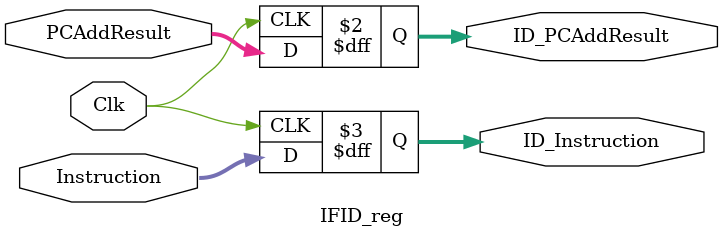
<source format=v>
`timescale 1ns / 1ps

module IFID_reg(
//		inputs
//			For internal use:
				Clk,

//			To Pass through:
//				Data lines;
					PCAddResult,
					Instruction,


//		outputs
//			To Pass through:
//				Data lines;
					ID_PCAddResult,
					ID_Instruction );
					

input Clk;
input wire [31:0] PCAddResult;
input wire [31:0] Instruction;

output reg [31:0] ID_PCAddResult;
output reg [31:0] ID_Instruction;

always @(posedge Clk) begin
	
	// Data
	ID_PCAddResult <= PCAddResult;
	ID_Instruction <= Instruction;
	
end
endmodule
</source>
